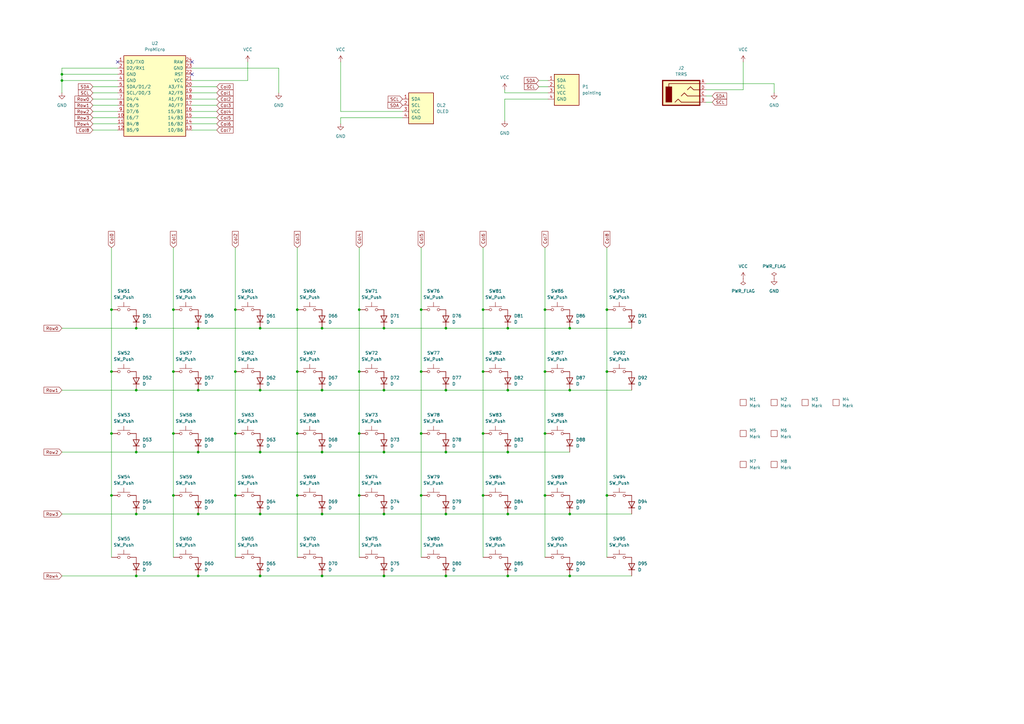
<source format=kicad_sch>
(kicad_sch (version 20231120) (generator "eeschema") (generator_version "8.0")
  (paper "A3")
  (junction (at 172.72 127))
  (junction (at 132.08 210.82))
  (junction (at 71.12 203.2))
  (junction (at 132.08 236.22))
  (junction (at 121.92 127))
  (junction (at 172.72 152.4))
  (junction (at 55.88 160.02))
  (junction (at 25.4 30.48))
  (junction (at 157.48 185.42))
  (junction (at 55.88 236.22))
  (junction (at 182.88 160.02))
  (junction (at 106.68 134.62))
  (junction (at 157.48 134.62))
  (junction (at 248.92 152.4))
  (junction (at 96.52 127))
  (junction (at 223.52 127))
  (junction (at 96.52 177.8))
  (junction (at 55.88 185.42))
  (junction (at 223.52 152.4))
  (junction (at 182.88 236.22))
  (junction (at 248.92 203.2))
  (junction (at 71.12 152.4))
  (junction (at 81.28 160.02))
  (junction (at 208.28 210.82))
  (junction (at 121.92 203.2))
  (junction (at 182.88 185.42))
  (junction (at 198.12 152.4))
  (junction (at 208.28 185.42))
  (junction (at 223.52 203.2))
  (junction (at 106.68 210.82))
  (junction (at 147.32 203.2))
  (junction (at 208.28 160.02))
  (junction (at 248.92 127))
  (junction (at 81.28 210.82))
  (junction (at 121.92 152.4))
  (junction (at 106.68 160.02))
  (junction (at 208.28 236.22))
  (junction (at 147.32 152.4))
  (junction (at 198.12 203.2))
  (junction (at 132.08 185.42))
  (junction (at 223.52 177.8))
  (junction (at 182.88 210.82))
  (junction (at 157.48 236.22))
  (junction (at 71.12 177.8))
  (junction (at 71.12 127))
  (junction (at 55.88 210.82))
  (junction (at 233.68 134.62))
  (junction (at 81.28 185.42))
  (junction (at 198.12 177.8))
  (junction (at 132.08 134.62))
  (junction (at 147.32 177.8))
  (junction (at 172.72 177.8))
  (junction (at 81.28 236.22))
  (junction (at 132.08 160.02))
  (junction (at 96.52 203.2))
  (junction (at 157.48 210.82))
  (junction (at 233.68 236.22))
  (junction (at 182.88 134.62))
  (junction (at 45.72 152.4))
  (junction (at 172.72 203.2))
  (junction (at 96.52 152.4))
  (junction (at 106.68 185.42))
  (junction (at 233.68 210.82))
  (junction (at 25.4 33.02))
  (junction (at 45.72 127))
  (junction (at 147.32 127))
  (junction (at 45.72 177.8))
  (junction (at 81.28 134.62))
  (junction (at 208.28 134.62))
  (junction (at 106.68 236.22))
  (junction (at 198.12 127))
  (junction (at 55.88 134.62))
  (junction (at 157.48 160.02))
  (junction (at 121.92 177.8))
  (junction (at 45.72 203.2))
  (junction (at 233.68 160.02))
  (no_connect (at 48.26 25.4))
  (no_connect (at 78.74 30.48))
  (no_connect (at 78.74 25.4))
  (wire (pts (xy 45.72 101.6) (xy 45.72 127)))
  (wire (pts (xy 208.28 185.42) (xy 233.68 185.42)))
  (wire (pts (xy 25.4 210.82) (xy 55.88 210.82)))
  (wire (pts (xy 248.92 203.2) (xy 248.92 228.6)))
  (wire (pts (xy 38.1 38.1) (xy 48.26 38.1)))
  (wire (pts (xy 208.28 134.62) (xy 233.68 134.62)))
  (wire (pts (xy 198.12 203.2) (xy 198.12 228.6)))
  (wire (pts (xy 38.1 53.34) (xy 48.26 53.34)))
  (wire (pts (xy 25.4 160.02) (xy 55.88 160.02)))
  (wire (pts (xy 38.1 35.56) (xy 48.26 35.56)))
  (wire (pts (xy 101.6 33.02) (xy 101.6 25.4)))
  (wire (pts (xy 147.32 101.6) (xy 147.32 127)))
  (wire (pts (xy 78.74 38.1) (xy 88.9 38.1)))
  (wire (pts (xy 223.52 177.8) (xy 223.52 203.2)))
  (wire (pts (xy 289.56 36.83) (xy 304.8 36.83)))
  (wire (pts (xy 38.1 43.18) (xy 48.26 43.18)))
  (wire (pts (xy 182.88 134.62) (xy 208.28 134.62)))
  (wire (pts (xy 233.68 134.62) (xy 259.08 134.62)))
  (wire (pts (xy 96.52 203.2) (xy 96.52 228.6)))
  (wire (pts (xy 223.52 127) (xy 223.52 152.4)))
  (wire (pts (xy 207.01 40.64) (xy 224.79 40.64)))
  (wire (pts (xy 48.26 30.48) (xy 25.4 30.48)))
  (wire (pts (xy 121.92 127) (xy 121.92 152.4)))
  (wire (pts (xy 121.92 152.4) (xy 121.92 177.8)))
  (wire (pts (xy 207.01 38.1) (xy 224.79 38.1)))
  (wire (pts (xy 96.52 177.8) (xy 96.52 203.2)))
  (wire (pts (xy 71.12 101.6) (xy 71.12 127)))
  (wire (pts (xy 81.28 236.22) (xy 106.68 236.22)))
  (wire (pts (xy 198.12 152.4) (xy 198.12 177.8)))
  (wire (pts (xy 38.1 48.26) (xy 48.26 48.26)))
  (wire (pts (xy 78.74 50.8) (xy 88.9 50.8)))
  (wire (pts (xy 172.72 127) (xy 172.72 152.4)))
  (wire (pts (xy 25.4 185.42) (xy 55.88 185.42)))
  (wire (pts (xy 38.1 40.64) (xy 48.26 40.64)))
  (wire (pts (xy 78.74 48.26) (xy 88.9 48.26)))
  (wire (pts (xy 25.4 27.94) (xy 48.26 27.94)))
  (wire (pts (xy 289.56 34.29) (xy 317.5 34.29)))
  (wire (pts (xy 55.88 236.22) (xy 81.28 236.22)))
  (wire (pts (xy 71.12 203.2) (xy 71.12 228.6)))
  (wire (pts (xy 157.48 134.62) (xy 182.88 134.62)))
  (wire (pts (xy 114.3 27.94) (xy 114.3 38.1)))
  (wire (pts (xy 55.88 210.82) (xy 81.28 210.82)))
  (wire (pts (xy 38.1 45.72) (xy 48.26 45.72)))
  (wire (pts (xy 248.92 101.6) (xy 248.92 127)))
  (wire (pts (xy 96.52 152.4) (xy 96.52 177.8)))
  (wire (pts (xy 106.68 236.22) (xy 132.08 236.22)))
  (wire (pts (xy 45.72 127) (xy 45.72 152.4)))
  (wire (pts (xy 81.28 134.62) (xy 106.68 134.62)))
  (wire (pts (xy 157.48 236.22) (xy 182.88 236.22)))
  (wire (pts (xy 157.48 160.02) (xy 182.88 160.02)))
  (wire (pts (xy 71.12 152.4) (xy 71.12 177.8)))
  (wire (pts (xy 45.72 203.2) (xy 45.72 228.6)))
  (wire (pts (xy 172.72 203.2) (xy 172.72 228.6)))
  (wire (pts (xy 198.12 101.6) (xy 198.12 127)))
  (wire (pts (xy 207.01 36.83) (xy 207.01 38.1)))
  (wire (pts (xy 55.88 185.42) (xy 81.28 185.42)))
  (wire (pts (xy 106.68 160.02) (xy 132.08 160.02)))
  (wire (pts (xy 208.28 160.02) (xy 233.68 160.02)))
  (wire (pts (xy 248.92 127) (xy 248.92 152.4)))
  (wire (pts (xy 48.26 33.02) (xy 25.4 33.02)))
  (wire (pts (xy 25.4 134.62) (xy 55.88 134.62)))
  (wire (pts (xy 78.74 35.56) (xy 88.9 35.56)))
  (wire (pts (xy 71.12 177.8) (xy 71.12 203.2)))
  (wire (pts (xy 147.32 127) (xy 147.32 152.4)))
  (wire (pts (xy 223.52 152.4) (xy 223.52 177.8)))
  (wire (pts (xy 78.74 53.34) (xy 88.9 53.34)))
  (wire (pts (xy 182.88 160.02) (xy 208.28 160.02)))
  (wire (pts (xy 157.48 185.42) (xy 182.88 185.42)))
  (wire (pts (xy 248.92 152.4) (xy 248.92 203.2)))
  (wire (pts (xy 304.8 36.83) (xy 304.8 25.4)))
  (wire (pts (xy 55.88 160.02) (xy 81.28 160.02)))
  (wire (pts (xy 78.74 40.64) (xy 88.9 40.64)))
  (wire (pts (xy 132.08 160.02) (xy 157.48 160.02)))
  (wire (pts (xy 38.1 50.8) (xy 48.26 50.8)))
  (wire (pts (xy 208.28 236.22) (xy 233.68 236.22)))
  (wire (pts (xy 182.88 185.42) (xy 208.28 185.42)))
  (wire (pts (xy 207.01 40.64) (xy 207.01 49.53)))
  (wire (pts (xy 317.5 34.29) (xy 317.5 38.1)))
  (wire (pts (xy 220.98 33.02) (xy 224.79 33.02)))
  (wire (pts (xy 233.68 160.02) (xy 259.08 160.02)))
  (wire (pts (xy 121.92 203.2) (xy 121.92 228.6)))
  (wire (pts (xy 182.88 236.22) (xy 208.28 236.22)))
  (wire (pts (xy 121.92 177.8) (xy 121.92 203.2)))
  (wire (pts (xy 233.68 236.22) (xy 259.08 236.22)))
  (wire (pts (xy 172.72 152.4) (xy 172.72 177.8)))
  (wire (pts (xy 81.28 185.42) (xy 106.68 185.42)))
  (wire (pts (xy 45.72 177.8) (xy 45.72 203.2)))
  (wire (pts (xy 132.08 185.42) (xy 157.48 185.42)))
  (wire (pts (xy 55.88 134.62) (xy 81.28 134.62)))
  (wire (pts (xy 25.4 33.02) (xy 25.4 38.1)))
  (wire (pts (xy 172.72 177.8) (xy 172.72 203.2)))
  (wire (pts (xy 223.52 203.2) (xy 223.52 228.6)))
  (wire (pts (xy 121.92 101.6) (xy 121.92 127)))
  (wire (pts (xy 165.1 45.72) (xy 139.7 45.72)))
  (wire (pts (xy 208.28 210.82) (xy 233.68 210.82)))
  (wire (pts (xy 78.74 43.18) (xy 88.9 43.18)))
  (wire (pts (xy 106.68 134.62) (xy 132.08 134.62)))
  (wire (pts (xy 147.32 203.2) (xy 147.32 228.6)))
  (wire (pts (xy 96.52 101.6) (xy 96.52 127)))
  (wire (pts (xy 132.08 134.62) (xy 157.48 134.62)))
  (wire (pts (xy 114.3 27.94) (xy 78.74 27.94)))
  (wire (pts (xy 106.68 210.82) (xy 132.08 210.82)))
  (wire (pts (xy 96.52 127) (xy 96.52 152.4)))
  (wire (pts (xy 45.72 152.4) (xy 45.72 177.8)))
  (wire (pts (xy 25.4 30.48) (xy 25.4 33.02)))
  (wire (pts (xy 220.98 35.56) (xy 224.79 35.56)))
  (wire (pts (xy 182.88 210.82) (xy 208.28 210.82)))
  (wire (pts (xy 78.74 33.02) (xy 101.6 33.02)))
  (wire (pts (xy 106.68 185.42) (xy 132.08 185.42)))
  (wire (pts (xy 289.56 39.37) (xy 292.1 39.37)))
  (wire (pts (xy 157.48 210.82) (xy 182.88 210.82)))
  (wire (pts (xy 81.28 160.02) (xy 106.68 160.02)))
  (wire (pts (xy 139.7 45.72) (xy 139.7 25.4)))
  (wire (pts (xy 139.7 48.26) (xy 139.7 50.8)))
  (wire (pts (xy 25.4 27.94) (xy 25.4 30.48)))
  (wire (pts (xy 198.12 177.8) (xy 198.12 203.2)))
  (wire (pts (xy 71.12 127) (xy 71.12 152.4)))
  (wire (pts (xy 165.1 48.26) (xy 139.7 48.26)))
  (wire (pts (xy 132.08 236.22) (xy 157.48 236.22)))
  (wire (pts (xy 25.4 236.22) (xy 55.88 236.22)))
  (wire (pts (xy 81.28 210.82) (xy 106.68 210.82)))
  (wire (pts (xy 233.68 210.82) (xy 259.08 210.82)))
  (wire (pts (xy 289.56 41.91) (xy 292.1 41.91)))
  (wire (pts (xy 198.12 127) (xy 198.12 152.4)))
  (wire (pts (xy 172.72 101.6) (xy 172.72 127)))
  (wire (pts (xy 78.74 45.72) (xy 88.9 45.72)))
  (wire (pts (xy 147.32 177.8) (xy 147.32 203.2)))
  (wire (pts (xy 132.08 210.82) (xy 157.48 210.82)))
  (wire (pts (xy 223.52 101.6) (xy 223.52 127)))
  (wire (pts (xy 147.32 152.4) (xy 147.32 177.8)))
  (global_label "Col7" (shape input) (at 88.9 53.34 0) (property "Intersheetrefs" "${INTERSHEET_REFS}" (effects (hide yes))))
  (global_label "Col6" (shape input) (at 88.9 50.8 0) (property "Intersheetrefs" "${INTERSHEET_REFS}" (effects (hide yes))))
  (global_label "Row0" (shape input) (at 25.4 134.62 180) (property "Intersheetrefs" "${INTERSHEET_REFS}" (effects (hide yes))))
  (global_label "Row2" (shape input) (at 25.4 185.42 180) (property "Intersheetrefs" "${INTERSHEET_REFS}" (effects (hide yes))))
  (global_label "Row0" (shape input) (at 38.1 40.64 180) (property "Intersheetrefs" "${INTERSHEET_REFS}" (effects (hide yes))))
  (global_label "Col3" (shape input) (at 121.92 101.6 90) (property "Intersheetrefs" "${INTERSHEET_REFS}" (effects (hide yes))))
  (global_label "Col8" (shape input) (at 248.92 101.6 90) (property "Intersheetrefs" "${INTERSHEET_REFS}" (effects (hide yes))))
  (global_label "Col7" (shape input) (at 223.52 101.6 90) (property "Intersheetrefs" "${INTERSHEET_REFS}" (effects (hide yes))))
  (global_label "Col5" (shape input) (at 88.9 48.26 0) (property "Intersheetrefs" "${INTERSHEET_REFS}" (effects (hide yes))))
  (global_label "SCL" (shape input) (at 165.1 40.64 180) (property "Intersheetrefs" "${INTERSHEET_REFS}" (effects (hide yes))))
  (global_label "Row3" (shape input) (at 38.1 48.26 180) (property "Intersheetrefs" "${INTERSHEET_REFS}" (effects (hide yes))))
  (global_label "SCL" (shape input) (at 220.98 35.56 180) (property "Intersheetrefs" "${INTERSHEET_REFS}" (effects (hide yes))))
  (global_label "Col4" (shape input) (at 147.32 101.6 90) (property "Intersheetrefs" "${INTERSHEET_REFS}" (effects (hide yes))))
  (global_label "Col0" (shape input) (at 88.9 35.56 0) (property "Intersheetrefs" "${INTERSHEET_REFS}" (effects (hide yes))))
  (global_label "SCL" (shape input) (at 292.1 41.91 0) (property "Intersheetrefs" "${INTERSHEET_REFS}" (effects (hide yes))))
  (global_label "Col1" (shape input) (at 88.9 38.1 0) (property "Intersheetrefs" "${INTERSHEET_REFS}" (effects (hide yes))))
  (global_label "Col3" (shape input) (at 88.9 43.18 0) (property "Intersheetrefs" "${INTERSHEET_REFS}" (effects (hide yes))))
  (global_label "Row4" (shape input) (at 38.1 50.8 180) (property "Intersheetrefs" "${INTERSHEET_REFS}" (effects (hide yes))))
  (global_label "Col5" (shape input) (at 172.72 101.6 90) (property "Intersheetrefs" "${INTERSHEET_REFS}" (effects (hide yes))))
  (global_label "Row4" (shape input) (at 25.4 236.22 180) (property "Intersheetrefs" "${INTERSHEET_REFS}" (effects (hide yes))))
  (global_label "Col0" (shape input) (at 45.72 101.6 90) (property "Intersheetrefs" "${INTERSHEET_REFS}" (effects (hide yes))))
  (global_label "SDA" (shape input) (at 220.98 33.02 180) (property "Intersheetrefs" "${INTERSHEET_REFS}" (effects (hide yes))))
  (global_label "Row1" (shape input) (at 25.4 160.02 180) (property "Intersheetrefs" "${INTERSHEET_REFS}" (effects (hide yes))))
  (global_label "Col1" (shape input) (at 71.12 101.6 90) (property "Intersheetrefs" "${INTERSHEET_REFS}" (effects (hide yes))))
  (global_label "SDA" (shape input) (at 165.1 43.18 180) (property "Intersheetrefs" "${INTERSHEET_REFS}" (effects (hide yes))))
  (global_label "Row3" (shape input) (at 25.4 210.82 180) (property "Intersheetrefs" "${INTERSHEET_REFS}" (effects (hide yes))))
  (global_label "Col2" (shape input) (at 96.52 101.6 90) (property "Intersheetrefs" "${INTERSHEET_REFS}" (effects (hide yes))))
  (global_label "Row2" (shape input) (at 38.1 45.72 180) (property "Intersheetrefs" "${INTERSHEET_REFS}" (effects (hide yes))))
  (global_label "SCL" (shape input) (at 38.1 38.1 180) (property "Intersheetrefs" "${INTERSHEET_REFS}" (effects (hide yes))))
  (global_label "Col8" (shape input) (at 38.1 53.34 180) (property "Intersheetrefs" "${INTERSHEET_REFS}" (effects (hide yes))))
  (global_label "SDA" (shape input) (at 292.1 39.37 0) (property "Intersheetrefs" "${INTERSHEET_REFS}" (effects (hide yes))))
  (global_label "Row1" (shape input) (at 38.1 43.18 180) (property "Intersheetrefs" "${INTERSHEET_REFS}" (effects (hide yes))))
  (global_label "Col4" (shape input) (at 88.9 45.72 0) (property "Intersheetrefs" "${INTERSHEET_REFS}" (effects (hide yes))))
  (global_label "SDA" (shape input) (at 38.1 35.56 180) (property "Intersheetrefs" "${INTERSHEET_REFS}" (effects (hide yes))))
  (global_label "Col6" (shape input) (at 198.12 101.6 90) (property "Intersheetrefs" "${INTERSHEET_REFS}" (effects (hide yes))))
  (global_label "Col2" (shape input) (at 88.9 40.64 0) (property "Intersheetrefs" "${INTERSHEET_REFS}" (effects (hide yes))))
  (symbol (lib_id "Device:D") (at 106.68 156.21 90) (unit 1)
    (property "Reference" "D62" (at 109.22 154.9399 90) (effects (justify right)))
    (property "Value" "D" (at 109.22 157.4799 90) (effects (justify right)))
    (property "Footprint" "kbd_Parts:Diode_TH_SMD" (effects (hide yes)))
    (property "Description" "Diode" (effects (hide yes)))
    (property "Sim.Device" "D" (effects (hide yes)))
    (property "Sim.Pins" "1=K 2=A" (effects (hide yes)))
  )
  (symbol (lib_id "Switch:SW_Push") (at 254 203.2 0) (mirror y) (unit 1)
    (property "Reference" "SW94" (at 254 195.58 0))
    (property "Value" "SW_Push" (at 254 198.12 0))
    (property "Footprint" "kbd_SW:Choc_Hotswap_1u" (effects (hide yes)))
    (property "Description" "Push button switch, generic, two pins" (effects (hide yes)))
  )
  (symbol (lib_id "Device:D") (at 182.88 156.21 90) (unit 1)
    (property "Reference" "D77" (at 185.42 154.9399 90) (effects (justify right)))
    (property "Value" "D" (at 185.42 157.4799 90) (effects (justify right)))
    (property "Footprint" "kbd_Parts:Diode_TH_SMD" (effects (hide yes)))
    (property "Description" "Diode" (effects (hide yes)))
    (property "Sim.Device" "D" (effects (hide yes)))
    (property "Sim.Pins" "1=K 2=A" (effects (hide yes)))
  )
  (symbol (lib_id "Device:D") (at 106.68 232.41 90) (unit 1)
    (property "Reference" "D65" (at 109.22 231.1399 90) (effects (justify right)))
    (property "Value" "D" (at 109.22 233.6799 90) (effects (justify right)))
    (property "Footprint" "kbd_Parts:Diode_TH_SMD" (effects (hide yes)))
    (property "Description" "Diode" (effects (hide yes)))
    (property "Sim.Device" "D" (effects (hide yes)))
    (property "Sim.Pins" "1=K 2=A" (effects (hide yes)))
  )
  (symbol (lib_id "Switch:SW_Push") (at 127 203.2 0) (mirror y) (unit 1)
    (property "Reference" "SW69" (at 127 195.58 0))
    (property "Value" "SW_Push" (at 127 198.12 0))
    (property "Footprint" "kbd_SW:Choc_Hotswap_1u" (effects (hide yes)))
    (property "Description" "Push button switch, generic, two pins" (effects (hide yes)))
  )
  (symbol (lib_id "Device:D") (at 233.68 130.81 90) (unit 1)
    (property "Reference" "D86" (at 236.22 129.5399 90) (effects (justify right)))
    (property "Value" "D" (at 236.22 132.0799 90) (effects (justify right)))
    (property "Footprint" "kbd_Parts:Diode_TH_SMD" (effects (hide yes)))
    (property "Description" "Diode" (effects (hide yes)))
    (property "Sim.Device" "D" (effects (hide yes)))
    (property "Sim.Pins" "1=K 2=A" (effects (hide yes)))
  )
  (symbol (lib_id "Switch:SW_Push") (at 76.2 228.6 0) (mirror y) (unit 1)
    (property "Reference" "SW60" (at 76.2 220.98 0))
    (property "Value" "SW_Push" (at 76.2 223.52 0))
    (property "Footprint" "kbd_SW:Choc_Hotswap_1u" (effects (hide yes)))
    (property "Description" "Push button switch, generic, two pins" (effects (hide yes)))
  )
  (symbol (lib_id "Device:D") (at 259.08 130.81 90) (unit 1)
    (property "Reference" "D91" (at 261.62 129.5399 90) (effects (justify right)))
    (property "Value" "D" (at 261.62 132.0799 90) (effects (justify right)))
    (property "Footprint" "kbd_Parts:Diode_TH_SMD" (effects (hide yes)))
    (property "Description" "Diode" (effects (hide yes)))
    (property "Sim.Device" "D" (effects (hide yes)))
    (property "Sim.Pins" "1=K 2=A" (effects (hide yes)))
  )
  (symbol (lib_id "Switch:SW_Push") (at 101.6 177.8 0) (mirror y) (unit 1)
    (property "Reference" "SW63" (at 101.6 170.18 0))
    (property "Value" "SW_Push" (at 101.6 172.72 0))
    (property "Footprint" "kbd_SW:Choc_Hotswap_1u" (effects (hide yes)))
    (property "Description" "Push button switch, generic, two pins" (effects (hide yes)))
  )
  (symbol (lib_id "power:PWR_FLAG") (at 317.5 114.3 0) (unit 1)
    (property "Reference" "#FLG03" (effects (hide yes)))
    (property "Value" "PWR_FLAG" (at 317.5 109.22 0))
    (property "Description" "Special symbol for telling ERC where power comes from" (effects (hide yes)))
  )
  (symbol (lib_id "Device:D") (at 132.08 232.41 90) (unit 1)
    (property "Reference" "D70" (at 134.62 231.1399 90) (effects (justify right)))
    (property "Value" "D" (at 134.62 233.6799 90) (effects (justify right)))
    (property "Footprint" "kbd_Parts:Diode_TH_SMD" (effects (hide yes)))
    (property "Description" "Diode" (effects (hide yes)))
    (property "Sim.Device" "D" (effects (hide yes)))
    (property "Sim.Pins" "1=K 2=A" (effects (hide yes)))
  )
  (symbol (lib_id "Device:D") (at 208.28 207.01 90) (unit 1)
    (property "Reference" "D84" (at 210.82 205.7399 90) (effects (justify right)))
    (property "Value" "D" (at 210.82 208.2799 90) (effects (justify right)))
    (property "Footprint" "kbd_Parts:Diode_TH_SMD" (effects (hide yes)))
    (property "Description" "Diode" (effects (hide yes)))
    (property "Sim.Device" "D" (effects (hide yes)))
    (property "Sim.Pins" "1=K 2=A" (effects (hide yes)))
  )
  (symbol (lib_id "Switch:SW_Push") (at 101.6 152.4 0) (mirror y) (unit 1)
    (property "Reference" "SW62" (at 101.6 144.78 0))
    (property "Value" "SW_Push" (at 101.6 147.32 0))
    (property "Footprint" "kbd_SW:Choc_Hotswap_1u" (effects (hide yes)))
    (property "Description" "Push button switch, generic, two pins" (effects (hide yes)))
  )
  (symbol (lib_id "Device:D") (at 132.08 207.01 90) (unit 1)
    (property "Reference" "D69" (at 134.62 205.7399 90) (effects (justify right)))
    (property "Value" "D" (at 134.62 208.2799 90) (effects (justify right)))
    (property "Footprint" "kbd_Parts:Diode_TH_SMD" (effects (hide yes)))
    (property "Description" "Diode" (effects (hide yes)))
    (property "Sim.Device" "D" (effects (hide yes)))
    (property "Sim.Pins" "1=K 2=A" (effects (hide yes)))
  )
  (symbol (lib_id "Switch:SW_Push") (at 228.6 177.8 0) (mirror y) (unit 1)
    (property "Reference" "SW88" (at 228.6 170.18 0))
    (property "Value" "SW_Push" (at 228.6 172.72 0))
    (property "Footprint" "kbd_SW:Choc_Hotswap_2u_Stab" (effects (hide yes)))
    (property "Description" "Push button switch, generic, two pins" (effects (hide yes)))
  )
  (symbol (lib_id "Device:D") (at 233.68 156.21 90) (unit 1)
    (property "Reference" "D87" (at 236.22 154.9399 90) (effects (justify right)))
    (property "Value" "D" (at 236.22 157.4799 90) (effects (justify right)))
    (property "Footprint" "kbd_Parts:Diode_TH_SMD" (effects (hide yes)))
    (property "Description" "Diode" (effects (hide yes)))
    (property "Sim.Device" "D" (effects (hide yes)))
    (property "Sim.Pins" "1=K 2=A" (effects (hide yes)))
  )
  (symbol (lib_id "Device:D") (at 233.68 232.41 90) (unit 1)
    (property "Reference" "D90" (at 236.22 231.1399 90) (effects (justify right)))
    (property "Value" "D" (at 236.22 233.6799 90) (effects (justify right)))
    (property "Footprint" "kbd_Parts:Diode_TH_SMD" (effects (hide yes)))
    (property "Description" "Diode" (effects (hide yes)))
    (property "Sim.Device" "D" (effects (hide yes)))
    (property "Sim.Pins" "1=K 2=A" (effects (hide yes)))
  )
  (symbol (lib_id "Device:D") (at 157.48 156.21 90) (unit 1)
    (property "Reference" "D72" (at 160.02 154.9399 90) (effects (justify right)))
    (property "Value" "D" (at 160.02 157.4799 90) (effects (justify right)))
    (property "Footprint" "kbd_Parts:Diode_TH_SMD" (effects (hide yes)))
    (property "Description" "Diode" (effects (hide yes)))
    (property "Sim.Device" "D" (effects (hide yes)))
    (property "Sim.Pins" "1=K 2=A" (effects (hide yes)))
  )
  (symbol (lib_id "Switch:SW_Push") (at 203.2 152.4 0) (mirror y) (unit 1)
    (property "Reference" "SW82" (at 203.2 144.78 0))
    (property "Value" "SW_Push" (at 203.2 147.32 0))
    (property "Footprint" "kbd_SW:Choc_Hotswap_1u" (effects (hide yes)))
    (property "Description" "Push button switch, generic, two pins" (effects (hide yes)))
  )
  (symbol (lib_id "BrownSugar_KBD:OLED") (at 172.72 44.45 0) (unit 1)
    (property "Reference" "OL2" (at 179.07 43.1799 0) (effects (justify left)))
    (property "Value" "OLED" (at 179.07 45.7199 0) (effects (justify left)))
    (property "Footprint" "BrownSugar_KBD:OLED_center_module" (effects (hide yes)))
  )
  (symbol (lib_id "Switch:SW_Push") (at 203.2 177.8 0) (mirror y) (unit 1)
    (property "Reference" "SW83" (at 203.2 170.18 0))
    (property "Value" "SW_Push" (at 203.2 172.72 0))
    (property "Footprint" "kbd_SW:Choc_Hotswap_1u" (effects (hide yes)))
    (property "Description" "Push button switch, generic, two pins" (effects (hide yes)))
  )
  (symbol (lib_id "Switch:SW_Push") (at 177.8 177.8 0) (mirror y) (unit 1)
    (property "Reference" "SW78" (at 177.8 170.18 0))
    (property "Value" "SW_Push" (at 177.8 172.72 0))
    (property "Footprint" "kbd_SW:Choc_Hotswap_1u" (effects (hide yes)))
    (property "Description" "Push button switch, generic, two pins" (effects (hide yes)))
  )
  (symbol (lib_id "Device:D") (at 106.68 207.01 90) (unit 1)
    (property "Reference" "D64" (at 109.22 205.7399 90) (effects (justify right)))
    (property "Value" "D" (at 109.22 208.2799 90) (effects (justify right)))
    (property "Footprint" "kbd_Parts:Diode_TH_SMD" (effects (hide yes)))
    (property "Description" "Diode" (effects (hide yes)))
    (property "Sim.Device" "D" (effects (hide yes)))
    (property "Sim.Pins" "1=K 2=A" (effects (hide yes)))
  )
  (symbol (lib_id "Device:D") (at 132.08 130.81 90) (unit 1)
    (property "Reference" "D66" (at 134.62 129.5399 90) (effects (justify right)))
    (property "Value" "D" (at 134.62 132.0799 90) (effects (justify right)))
    (property "Footprint" "kbd_Parts:Diode_TH_SMD" (effects (hide yes)))
    (property "Description" "Diode" (effects (hide yes)))
    (property "Sim.Device" "D" (effects (hide yes)))
    (property "Sim.Pins" "1=K 2=A" (effects (hide yes)))
  )
  (symbol (lib_id "Device:D") (at 182.88 130.81 90) (unit 1)
    (property "Reference" "D76" (at 185.42 129.5399 90) (effects (justify right)))
    (property "Value" "D" (at 185.42 132.0799 90) (effects (justify right)))
    (property "Footprint" "kbd_Parts:Diode_TH_SMD" (effects (hide yes)))
    (property "Description" "Diode" (effects (hide yes)))
    (property "Sim.Device" "D" (effects (hide yes)))
    (property "Sim.Pins" "1=K 2=A" (effects (hide yes)))
  )
  (symbol (lib_id "Switch:SW_Push") (at 76.2 152.4 0) (mirror y) (unit 1)
    (property "Reference" "SW57" (at 76.2 144.78 0))
    (property "Value" "SW_Push" (at 76.2 147.32 0))
    (property "Footprint" "kbd_SW:Choc_Hotswap_1u" (effects (hide yes)))
    (property "Description" "Push button switch, generic, two pins" (effects (hide yes)))
  )
  (symbol (lib_id "Device:D") (at 132.08 156.21 90) (unit 1)
    (property "Reference" "D67" (at 134.62 154.9399 90) (effects (justify right)))
    (property "Value" "D" (at 134.62 157.4799 90) (effects (justify right)))
    (property "Footprint" "kbd_Parts:Diode_TH_SMD" (effects (hide yes)))
    (property "Description" "Diode" (effects (hide yes)))
    (property "Sim.Device" "D" (effects (hide yes)))
    (property "Sim.Pins" "1=K 2=A" (effects (hide yes)))
  )
  (symbol (lib_id "Device:D") (at 55.88 156.21 90) (unit 1)
    (property "Reference" "D52" (at 58.42 154.9399 90) (effects (justify right)))
    (property "Value" "D" (at 58.42 157.4799 90) (effects (justify right)))
    (property "Footprint" "kbd_Parts:Diode_TH_SMD" (effects (hide yes)))
    (property "Description" "Diode" (effects (hide yes)))
    (property "Sim.Device" "D" (effects (hide yes)))
    (property "Sim.Pins" "1=K 2=A" (effects (hide yes)))
  )
  (symbol (lib_id "Device:D") (at 259.08 207.01 90) (unit 1)
    (property "Reference" "D94" (at 261.62 205.7399 90) (effects (justify right)))
    (property "Value" "D" (at 261.62 208.2799 90) (effects (justify right)))
    (property "Footprint" "kbd_Parts:Diode_TH_SMD" (effects (hide yes)))
    (property "Description" "Diode" (effects (hide yes)))
    (property "Sim.Device" "D" (effects (hide yes)))
    (property "Sim.Pins" "1=K 2=A" (effects (hide yes)))
  )
  (symbol (lib_id "Switch:SW_Push") (at 50.8 203.2 0) (mirror y) (unit 1)
    (property "Reference" "SW54" (at 50.8 195.58 0))
    (property "Value" "SW_Push" (at 50.8 198.12 0))
    (property "Footprint" "kbd_SW:Choc_Hotswap_1u" (effects (hide yes)))
    (property "Description" "Push button switch, generic, two pins" (effects (hide yes)))
  )
  (symbol (lib_id "Switch:SW_Push") (at 177.8 228.6 0) (mirror y) (unit 1)
    (property "Reference" "SW80" (at 177.8 220.98 0))
    (property "Value" "SW_Push" (at 177.8 223.52 0))
    (property "Footprint" "kbd_SW:Choc_Hotswap_1u" (effects (hide yes)))
    (property "Description" "Push button switch, generic, two pins" (effects (hide yes)))
  )
  (symbol (lib_id "BrownSugar_KBD:Mark") (at 317.5 177.8 0) (unit 1)
    (property "Reference" "M6" (at 320.04 176.5299 0) (effects (justify left)))
    (property "Value" "Mark" (at 320.04 179.0699 0) (effects (justify left)))
    (property "Footprint" "kbd_Hole:m2_Screw_Hole" (effects (hide yes)))
  )
  (symbol (lib_id "Device:D") (at 55.88 232.41 90) (unit 1)
    (property "Reference" "D55" (at 58.42 231.1399 90) (effects (justify right)))
    (property "Value" "D" (at 58.42 233.6799 90) (effects (justify right)))
    (property "Footprint" "kbd_Parts:Diode_TH_SMD" (effects (hide yes)))
    (property "Description" "Diode" (effects (hide yes)))
    (property "Sim.Device" "D" (effects (hide yes)))
    (property "Sim.Pins" "1=K 2=A" (effects (hide yes)))
  )
  (symbol (lib_id "Switch:SW_Push") (at 177.8 203.2 0) (mirror y) (unit 1)
    (property "Reference" "SW79" (at 177.8 195.58 0))
    (property "Value" "SW_Push" (at 177.8 198.12 0))
    (property "Footprint" "kbd_SW:Choc_Hotswap_1u" (effects (hide yes)))
    (property "Description" "Push button switch, generic, two pins" (effects (hide yes)))
  )
  (symbol (lib_id "Device:D") (at 182.88 232.41 90) (unit 1)
    (property "Reference" "D80" (at 185.42 231.1399 90) (effects (justify right)))
    (property "Value" "D" (at 185.42 233.6799 90) (effects (justify right)))
    (property "Footprint" "kbd_Parts:Diode_TH_SMD" (effects (hide yes)))
    (property "Description" "Diode" (effects (hide yes)))
    (property "Sim.Device" "D" (effects (hide yes)))
    (property "Sim.Pins" "1=K 2=A" (effects (hide yes)))
  )
  (symbol (lib_id "Switch:SW_Push") (at 228.6 152.4 0) (mirror y) (unit 1)
    (property "Reference" "SW87" (at 228.6 144.78 0))
    (property "Value" "SW_Push" (at 228.6 147.32 0))
    (property "Footprint" "kbd_SW:Choc_Hotswap_1u" (effects (hide yes)))
    (property "Description" "Push button switch, generic, two pins" (effects (hide yes)))
  )
  (symbol (lib_id "BrownSugar_KBD:Mark") (at 304.8 190.5 0) (unit 1)
    (property "Reference" "M7" (at 307.34 189.2299 0) (effects (justify left)))
    (property "Value" "Mark" (at 307.34 191.7699 0) (effects (justify left)))
    (property "Footprint" "kbd_Hole:m2_Spacer_Hole_hex" (effects (hide yes)))
  )
  (symbol (lib_id "Switch:SW_Push") (at 127 152.4 0) (mirror y) (unit 1)
    (property "Reference" "SW67" (at 127 144.78 0))
    (property "Value" "SW_Push" (at 127 147.32 0))
    (property "Footprint" "kbd_SW:Choc_Hotswap_1u" (effects (hide yes)))
    (property "Description" "Push button switch, generic, two pins" (effects (hide yes)))
  )
  (symbol (lib_id "Device:D") (at 106.68 181.61 90) (unit 1)
    (property "Reference" "D63" (at 109.22 180.3399 90) (effects (justify right)))
    (property "Value" "D" (at 109.22 182.8799 90) (effects (justify right)))
    (property "Footprint" "kbd_Parts:Diode_TH_SMD" (effects (hide yes)))
    (property "Description" "Diode" (effects (hide yes)))
    (property "Sim.Device" "D" (effects (hide yes)))
    (property "Sim.Pins" "1=K 2=A" (effects (hide yes)))
  )
  (symbol (lib_id "Device:D") (at 55.88 207.01 90) (unit 1)
    (property "Reference" "D54" (at 58.42 205.7399 90) (effects (justify right)))
    (property "Value" "D" (at 58.42 208.2799 90) (effects (justify right)))
    (property "Footprint" "kbd_Parts:Diode_TH_SMD" (effects (hide yes)))
    (property "Description" "Diode" (effects (hide yes)))
    (property "Sim.Device" "D" (effects (hide yes)))
    (property "Sim.Pins" "1=K 2=A" (effects (hide yes)))
  )
  (symbol (lib_id "Device:D") (at 208.28 181.61 90) (unit 1)
    (property "Reference" "D83" (at 210.82 180.3399 90) (effects (justify right)))
    (property "Value" "D" (at 210.82 182.8799 90) (effects (justify right)))
    (property "Footprint" "kbd_Parts:Diode_TH_SMD" (effects (hide yes)))
    (property "Description" "Diode" (effects (hide yes)))
    (property "Sim.Device" "D" (effects (hide yes)))
    (property "Sim.Pins" "1=K 2=A" (effects (hide yes)))
  )
  (symbol (lib_id "power:VCC") (at 304.8 114.3 0) (unit 1)
    (property "Reference" "#PWR03" (effects (hide yes)))
    (property "Value" "VCC" (at 304.8 109.22 0))
    (property "Description" "Power symbol creates a global label with name \"VCC\"" (effects (hide yes)))
  )
  (symbol (lib_id "Device:D") (at 182.88 207.01 90) (unit 1)
    (property "Reference" "D79" (at 185.42 205.7399 90) (effects (justify right)))
    (property "Value" "D" (at 185.42 208.2799 90) (effects (justify right)))
    (property "Footprint" "kbd_Parts:Diode_TH_SMD" (effects (hide yes)))
    (property "Description" "Diode" (effects (hide yes)))
    (property "Sim.Device" "D" (effects (hide yes)))
    (property "Sim.Pins" "1=K 2=A" (effects (hide yes)))
  )
  (symbol (lib_id "Device:D") (at 157.48 130.81 90) (unit 1)
    (property "Reference" "D71" (at 160.02 129.5399 90) (effects (justify right)))
    (property "Value" "D" (at 160.02 132.0799 90) (effects (justify right)))
    (property "Footprint" "kbd_Parts:Diode_TH_SMD" (effects (hide yes)))
    (property "Description" "Diode" (effects (hide yes)))
    (property "Sim.Device" "D" (effects (hide yes)))
    (property "Sim.Pins" "1=K 2=A" (effects (hide yes)))
  )
  (symbol (lib_id "Switch:SW_Push") (at 254 152.4 0) (mirror y) (unit 1)
    (property "Reference" "SW92" (at 254 144.78 0))
    (property "Value" "SW_Push" (at 254 147.32 0))
    (property "Footprint" "kbd_SW:Choc_Hotswap_1u" (effects (hide yes)))
    (property "Description" "Push button switch, generic, two pins" (effects (hide yes)))
  )
  (symbol (lib_id "power:GND") (at 139.7 50.8 0) (unit 1)
    (property "Reference" "#PWR02" (effects (hide yes)))
    (property "Value" "GND" (at 139.7 55.88 0))
    (property "Description" "Power symbol creates a global label with name \"GND\" , ground" (effects (hide yes)))
  )
  (symbol (lib_id "Switch:SW_Push") (at 177.8 127 0) (mirror y) (unit 1)
    (property "Reference" "SW76" (at 177.8 119.38 0))
    (property "Value" "SW_Push" (at 177.8 121.92 0))
    (property "Footprint" "kbd_SW:Choc_Hotswap_1u" (effects (hide yes)))
    (property "Description" "Push button switch, generic, two pins" (effects (hide yes)))
  )
  (symbol (lib_id "Device:D") (at 55.88 181.61 90) (unit 1)
    (property "Reference" "D53" (at 58.42 180.3399 90) (effects (justify right)))
    (property "Value" "D" (at 58.42 182.8799 90) (effects (justify right)))
    (property "Footprint" "kbd_Parts:Diode_TH_SMD" (effects (hide yes)))
    (property "Description" "Diode" (effects (hide yes)))
    (property "Sim.Device" "D" (effects (hide yes)))
    (property "Sim.Pins" "1=K 2=A" (effects (hide yes)))
  )
  (symbol (lib_id "Switch:SW_Push") (at 50.8 228.6 0) (mirror y) (unit 1)
    (property "Reference" "SW55" (at 50.8 220.98 0))
    (property "Value" "SW_Push" (at 50.8 223.52 0))
    (property "Footprint" "kbd_SW:Choc_Hotswap_1u" (effects (hide yes)))
    (property "Description" "Push button switch, generic, two pins" (effects (hide yes)))
  )
  (symbol (lib_id "Switch:SW_Push") (at 177.8 152.4 0) (mirror y) (unit 1)
    (property "Reference" "SW77" (at 177.8 144.78 0))
    (property "Value" "SW_Push" (at 177.8 147.32 0))
    (property "Footprint" "kbd_SW:Choc_Hotswap_1u" (effects (hide yes)))
    (property "Description" "Push button switch, generic, two pins" (effects (hide yes)))
  )
  (symbol (lib_id "Switch:SW_Push") (at 101.6 203.2 0) (mirror y) (unit 1)
    (property "Reference" "SW64" (at 101.6 195.58 0))
    (property "Value" "SW_Push" (at 101.6 198.12 0))
    (property "Footprint" "kbd_SW:Choc_Hotswap_1u" (effects (hide yes)))
    (property "Description" "Push button switch, generic, two pins" (effects (hide yes)))
  )
  (symbol (lib_id "Switch:SW_Push") (at 152.4 152.4 0) (mirror y) (unit 1)
    (property "Reference" "SW72" (at 152.4 144.78 0))
    (property "Value" "SW_Push" (at 152.4 147.32 0))
    (property "Footprint" "kbd_SW:Choc_Hotswap_1u" (effects (hide yes)))
    (property "Description" "Push button switch, generic, two pins" (effects (hide yes)))
  )
  (symbol (lib_id "Switch:SW_Push") (at 76.2 203.2 0) (mirror y) (unit 1)
    (property "Reference" "SW59" (at 76.2 195.58 0))
    (property "Value" "SW_Push" (at 76.2 198.12 0))
    (property "Footprint" "kbd_SW:Choc_Hotswap_1u" (effects (hide yes)))
    (property "Description" "Push button switch, generic, two pins" (effects (hide yes)))
  )
  (symbol (lib_id "Device:D") (at 81.28 130.81 90) (unit 1)
    (property "Reference" "D56" (at 83.82 129.5399 90) (effects (justify right)))
    (property "Value" "D" (at 83.82 132.0799 90) (effects (justify right)))
    (property "Footprint" "kbd_Parts:Diode_TH_SMD" (effects (hide yes)))
    (property "Description" "Diode" (effects (hide yes)))
    (property "Sim.Device" "D" (effects (hide yes)))
    (property "Sim.Pins" "1=K 2=A" (effects (hide yes)))
  )
  (symbol (lib_id "power:GND") (at 207.01 49.53 0) (unit 1)
    (property "Reference" "#PWR011" (effects (hide yes)))
    (property "Value" "GND" (at 207.01 54.61 0))
    (property "Description" "Power symbol creates a global label with name \"GND\" , ground" (effects (hide yes)))
  )
  (symbol (lib_id "Device:D") (at 106.68 130.81 90) (unit 1)
    (property "Reference" "D61" (at 109.22 129.5399 90) (effects (justify right)))
    (property "Value" "D" (at 109.22 132.0799 90) (effects (justify right)))
    (property "Footprint" "kbd_Parts:Diode_TH_SMD" (effects (hide yes)))
    (property "Description" "Diode" (effects (hide yes)))
    (property "Sim.Device" "D" (effects (hide yes)))
    (property "Sim.Pins" "1=K 2=A" (effects (hide yes)))
  )
  (symbol (lib_id "Switch:SW_Push") (at 228.6 203.2 0) (mirror y) (unit 1)
    (property "Reference" "SW89" (at 228.6 195.58 0))
    (property "Value" "SW_Push" (at 228.6 198.12 0))
    (property "Footprint" "kbd_SW:Choc_Hotswap_1u" (effects (hide yes)))
    (property "Description" "Push button switch, generic, two pins" (effects (hide yes)))
  )
  (symbol (lib_id "power:VCC") (at 139.7 25.4 0) (unit 1)
    (property "Reference" "#PWR01" (effects (hide yes)))
    (property "Value" "VCC" (at 139.7 20.32 0))
    (property "Description" "Power symbol creates a global label with name \"VCC\"" (effects (hide yes)))
  )
  (symbol (lib_id "Switch:SW_Push") (at 203.2 228.6 0) (mirror y) (unit 1)
    (property "Reference" "SW85" (at 203.2 220.98 0))
    (property "Value" "SW_Push" (at 203.2 223.52 0))
    (property "Footprint" "kbd_SW:Choc_Hotswap_1u" (effects (hide yes)))
    (property "Description" "Push button switch, generic, two pins" (effects (hide yes)))
  )
  (symbol (lib_id "Device:D") (at 259.08 232.41 90) (unit 1)
    (property "Reference" "D95" (at 261.62 231.1399 90) (effects (justify right)))
    (property "Value" "D" (at 261.62 233.6799 90) (effects (justify right)))
    (property "Footprint" "kbd_Parts:Diode_TH_SMD" (effects (hide yes)))
    (property "Description" "Diode" (effects (hide yes)))
    (property "Sim.Device" "D" (effects (hide yes)))
    (property "Sim.Pins" "1=K 2=A" (effects (hide yes)))
  )
  (symbol (lib_id "Switch:SW_Push") (at 127 228.6 0) (mirror y) (unit 1)
    (property "Reference" "SW70" (at 127 220.98 0))
    (property "Value" "SW_Push" (at 127 223.52 0))
    (property "Footprint" "kbd_SW:Choc_Hotswap_1u" (effects (hide yes)))
    (property "Description" "Push button switch, generic, two pins" (effects (hide yes)))
  )
  (symbol (lib_id "Device:D") (at 208.28 130.81 90) (unit 1)
    (property "Reference" "D81" (at 210.82 129.5399 90) (effects (justify right)))
    (property "Value" "D" (at 210.82 132.0799 90) (effects (justify right)))
    (property "Footprint" "kbd_Parts:Diode_TH_SMD" (effects (hide yes)))
    (property "Description" "Diode" (effects (hide yes)))
    (property "Sim.Device" "D" (effects (hide yes)))
    (property "Sim.Pins" "1=K 2=A" (effects (hide yes)))
  )
  (symbol (lib_id "Switch:SW_Push") (at 50.8 152.4 0) (mirror y) (unit 1)
    (property "Reference" "SW52" (at 50.8 144.78 0))
    (property "Value" "SW_Push" (at 50.8 147.32 0))
    (property "Footprint" "kbd_SW:Choc_Hotswap_1u" (effects (hide yes)))
    (property "Description" "Push button switch, generic, two pins" (effects (hide yes)))
  )
  (symbol (lib_id "Device:D") (at 182.88 181.61 90) (unit 1)
    (property "Reference" "D78" (at 185.42 180.3399 90) (effects (justify right)))
    (property "Value" "D" (at 185.42 182.8799 90) (effects (justify right)))
    (property "Footprint" "kbd_Parts:Diode_TH_SMD" (effects (hide yes)))
    (property "Description" "Diode" (effects (hide yes)))
    (property "Sim.Device" "D" (effects (hide yes)))
    (property "Sim.Pins" "1=K 2=A" (effects (hide yes)))
  )
  (symbol (lib_id "BrownSugar_KBD:Mark") (at 304.8 165.1 0) (unit 1)
    (property "Reference" "M1" (at 307.34 163.8299 0) (effects (justify left)))
    (property "Value" "Mark" (at 307.34 166.3699 0) (effects (justify left)))
    (property "Footprint" "kbd_Hole:m2_Spacer_Hole_hex" (effects (hide yes)))
  )
  (symbol (lib_id "Switch:SW_Push") (at 76.2 177.8 0) (mirror y) (unit 1)
    (property "Reference" "SW58" (at 76.2 170.18 0))
    (property "Value" "SW_Push" (at 76.2 172.72 0))
    (property "Footprint" "kbd_SW:Choc_Hotswap_1u" (effects (hide yes)))
    (property "Description" "Push button switch, generic, two pins" (effects (hide yes)))
  )
  (symbol (lib_id "Device:D") (at 208.28 232.41 90) (unit 1)
    (property "Reference" "D85" (at 210.82 231.1399 90) (effects (justify right)))
    (property "Value" "D" (at 210.82 233.6799 90) (effects (justify right)))
    (property "Footprint" "kbd_Parts:Diode_TH_SMD" (effects (hide yes)))
    (property "Description" "Diode" (effects (hide yes)))
    (property "Sim.Device" "D" (effects (hide yes)))
    (property "Sim.Pins" "1=K 2=A" (effects (hide yes)))
  )
  (symbol (lib_id "Device:D") (at 81.28 207.01 90) (unit 1)
    (property "Reference" "D59" (at 83.82 205.7399 90) (effects (justify right)))
    (property "Value" "D" (at 83.82 208.2799 90) (effects (justify right)))
    (property "Footprint" "kbd_Parts:Diode_TH_SMD" (effects (hide yes)))
    (property "Description" "Diode" (effects (hide yes)))
    (property "Sim.Device" "D" (effects (hide yes)))
    (property "Sim.Pins" "1=K 2=A" (effects (hide yes)))
  )
  (symbol (lib_id "BrownSugar_KBD:OLED") (at 232.41 36.83 0) (unit 1)
    (property "Reference" "P1" (at 238.76 35.5599 0) (effects (justify left)))
    (property "Value" "pointing" (at 238.76 38.0999 0) (effects (justify left)))
    (property "Footprint" "kbd_Parts:OLED" (effects (hide yes)))
  )
  (symbol (lib_id "BrownSugar_KBD:Mark") (at 330.2 165.1 0) (unit 1)
    (property "Reference" "M3" (at 332.74 163.8299 0) (effects (justify left)))
    (property "Value" "Mark" (at 332.74 166.3699 0) (effects (justify left)))
    (property "Footprint" "kbd_Hole:m2_Spacer_Hole_hex" (effects (hide yes)))
  )
  (symbol (lib_id "BrownSugar_KBD:Mark") (at 304.8 177.8 0) (unit 1)
    (property "Reference" "M5" (at 307.34 176.5299 0) (effects (justify left)))
    (property "Value" "Mark" (at 307.34 179.0699 0) (effects (justify left)))
    (property "Footprint" "kbd_Hole:m2_Screw_Hole" (effects (hide yes)))
  )
  (symbol (lib_id "power:GND") (at 317.5 114.3 0) (unit 1)
    (property "Reference" "#PWR04" (effects (hide yes)))
    (property "Value" "GND" (at 317.5 119.38 0))
    (property "Description" "Power symbol creates a global label with name \"GND\" , ground" (effects (hide yes)))
  )
  (symbol (lib_id "BrownSugar_KBD:Mark") (at 342.9 165.1 0) (unit 1)
    (property "Reference" "M4" (at 345.44 163.8299 0) (effects (justify left)))
    (property "Value" "Mark" (at 345.44 166.3699 0) (effects (justify left)))
    (property "Footprint" "kbd_Hole:m2_Spacer_Hole_hex" (effects (hide yes)))
  )
  (symbol (lib_id "Device:D") (at 208.28 156.21 90) (unit 1)
    (property "Reference" "D82" (at 210.82 154.9399 90) (effects (justify right)))
    (property "Value" "D" (at 210.82 157.4799 90) (effects (justify right)))
    (property "Footprint" "kbd_Parts:Diode_TH_SMD" (effects (hide yes)))
    (property "Description" "Diode" (effects (hide yes)))
    (property "Sim.Device" "D" (effects (hide yes)))
    (property "Sim.Pins" "1=K 2=A" (effects (hide yes)))
  )
  (symbol (lib_id "power:VCC") (at 304.8 25.4 0) (unit 1)
    (property "Reference" "#PWR08" (effects (hide yes)))
    (property "Value" "VCC" (at 304.8 20.32 0))
    (property "Description" "Power symbol creates a global label with name \"VCC\"" (effects (hide yes)))
  )
  (symbol (lib_id "power:VCC") (at 207.01 36.83 0) (unit 1)
    (property "Reference" "#PWR010" (effects (hide yes)))
    (property "Value" "VCC" (at 207.01 31.75 0))
    (property "Description" "Power symbol creates a global label with name \"VCC\"" (effects (hide yes)))
  )
  (symbol (lib_id "Switch:SW_Push") (at 101.6 228.6 0) (mirror y) (unit 1)
    (property "Reference" "SW65" (at 101.6 220.98 0))
    (property "Value" "SW_Push" (at 101.6 223.52 0))
    (property "Footprint" "kbd_SW:Choc_Hotswap_1u" (effects (hide yes)))
    (property "Description" "Push button switch, generic, two pins" (effects (hide yes)))
  )
  (symbol (lib_id "Switch:SW_Push") (at 203.2 127 0) (mirror y) (unit 1)
    (property "Reference" "SW81" (at 203.2 119.38 0))
    (property "Value" "SW_Push" (at 203.2 121.92 0))
    (property "Footprint" "kbd_SW:Choc_Hotswap_1u" (effects (hide yes)))
    (property "Description" "Push button switch, generic, two pins" (effects (hide yes)))
  )
  (symbol (lib_id "power:VCC") (at 101.6 25.4 0) (unit 1)
    (property "Reference" "#PWR07" (effects (hide yes)))
    (property "Value" "VCC" (at 101.6 20.32 0))
    (property "Description" "Power symbol creates a global label with name \"VCC\"" (effects (hide yes)))
  )
  (symbol (lib_id "Device:D") (at 81.28 156.21 90) (unit 1)
    (property "Reference" "D57" (at 83.82 154.9399 90) (effects (justify right)))
    (property "Value" "D" (at 83.82 157.4799 90) (effects (justify right)))
    (property "Footprint" "kbd_Parts:Diode_TH_SMD" (effects (hide yes)))
    (property "Description" "Diode" (effects (hide yes)))
    (property "Sim.Device" "D" (effects (hide yes)))
    (property "Sim.Pins" "1=K 2=A" (effects (hide yes)))
  )
  (symbol (lib_id "Device:D") (at 157.48 207.01 90) (unit 1)
    (property "Reference" "D74" (at 160.02 205.7399 90) (effects (justify right)))
    (property "Value" "D" (at 160.02 208.2799 90) (effects (justify right)))
    (property "Footprint" "kbd_Parts:Diode_TH_SMD" (effects (hide yes)))
    (property "Description" "Diode" (effects (hide yes)))
    (property "Sim.Device" "D" (effects (hide yes)))
    (property "Sim.Pins" "1=K 2=A" (effects (hide yes)))
  )
  (symbol (lib_id "Switch:SW_Push") (at 254 228.6 0) (mirror y) (unit 1)
    (property "Reference" "SW95" (at 254 220.98 0))
    (property "Value" "SW_Push" (at 254 223.52 0))
    (property "Footprint" "kbd_SW:Choc_Hotswap_1u" (effects (hide yes)))
    (property "Description" "Push button switch, generic, two pins" (effects (hide yes)))
  )
  (symbol (lib_id "Switch:SW_Push") (at 203.2 203.2 0) (mirror y) (unit 1)
    (property "Reference" "SW84" (at 203.2 195.58 0))
    (property "Value" "SW_Push" (at 203.2 198.12 0))
    (property "Footprint" "kbd_SW:Choc_Hotswap_1u" (effects (hide yes)))
    (property "Description" "Push button switch, generic, two pins" (effects (hide yes)))
  )
  (symbol (lib_id "Switch:SW_Push") (at 228.6 228.6 0) (mirror y) (unit 1)
    (property "Reference" "SW90" (at 228.6 220.98 0))
    (property "Value" "SW_Push" (at 228.6 223.52 0))
    (property "Footprint" "kbd_SW:Choc_Hotswap_1u" (effects (hide yes)))
    (property "Description" "Push button switch, generic, two pins" (effects (hide yes)))
  )
  (symbol (lib_id "Device:D") (at 157.48 181.61 90) (unit 1)
    (property "Reference" "D73" (at 160.02 180.3399 90) (effects (justify right)))
    (property "Value" "D" (at 160.02 182.8799 90) (effects (justify right)))
    (property "Footprint" "kbd_Parts:Diode_TH_SMD" (effects (hide yes)))
    (property "Description" "Diode" (effects (hide yes)))
    (property "Sim.Device" "D" (effects (hide yes)))
    (property "Sim.Pins" "1=K 2=A" (effects (hide yes)))
  )
  (symbol (lib_id "Switch:SW_Push") (at 152.4 203.2 0) (mirror y) (unit 1)
    (property "Reference" "SW74" (at 152.4 195.58 0))
    (property "Value" "SW_Push" (at 152.4 198.12 0))
    (property "Footprint" "kbd_SW:Choc_Hotswap_1u" (effects (hide yes)))
    (property "Description" "Push button switch, generic, two pins" (effects (hide yes)))
  )
  (symbol (lib_id "Switch:SW_Push") (at 254 127 0) (mirror y) (unit 1)
    (property "Reference" "SW91" (at 254 119.38 0))
    (property "Value" "SW_Push" (at 254 121.92 0))
    (property "Footprint" "kbd_SW:Choc_Hotswap_2u_Stab" (effects (hide yes)))
    (property "Description" "Push button switch, generic, two pins" (effects (hide yes)))
  )
  (symbol (lib_id "Switch:SW_Push") (at 152.4 127 0) (mirror y) (unit 1)
    (property "Reference" "SW71" (at 152.4 119.38 0))
    (property "Value" "SW_Push" (at 152.4 121.92 0))
    (property "Footprint" "kbd_SW:Choc_Hotswap_1u" (effects (hide yes)))
    (property "Description" "Push button switch, generic, two pins" (effects (hide yes)))
  )
  (symbol (lib_id "power:GND") (at 114.3 38.1 0) (unit 1)
    (property "Reference" "#PWR05" (effects (hide yes)))
    (property "Value" "GND" (at 114.3 43.18 0))
    (property "Description" "Power symbol creates a global label with name \"GND\" , ground" (effects (hide yes)))
  )
  (symbol (lib_id "Switch:SW_Push") (at 101.6 127 0) (mirror y) (unit 1)
    (property "Reference" "SW61" (at 101.6 119.38 0))
    (property "Value" "SW_Push" (at 101.6 121.92 0))
    (property "Footprint" "kbd_SW:Choc_Hotswap_1u" (effects (hide yes)))
    (property "Description" "Push button switch, generic, two pins" (effects (hide yes)))
  )
  (symbol (lib_id "power:PWR_FLAG") (at 304.8 114.3 180) (unit 1)
    (property "Reference" "#FLG02" (effects (hide yes)))
    (property "Value" "PWR_FLAG" (at 304.8 119.38 0))
    (property "Description" "Special symbol for telling ERC where power comes from" (effects (hide yes)))
  )
  (symbol (lib_id "Device:D") (at 55.88 130.81 90) (unit 1)
    (property "Reference" "D51" (at 58.42 129.5399 90) (effects (justify right)))
    (property "Value" "D" (at 58.42 132.0799 90) (effects (justify right)))
    (property "Footprint" "kbd_Parts:Diode_TH_SMD" (effects (hide yes)))
    (property "Description" "Diode" (effects (hide yes)))
    (property "Sim.Device" "D" (effects (hide yes)))
    (property "Sim.Pins" "1=K 2=A" (effects (hide yes)))
  )
  (symbol (lib_id "Switch:SW_Push") (at 50.8 127 0) (mirror y) (unit 1)
    (property "Reference" "SW51" (at 50.8 119.38 0))
    (property "Value" "SW_Push" (at 50.8 121.92 0))
    (property "Footprint" "kbd_SW:Choc_Hotswap_1u" (effects (hide yes)))
    (property "Description" "Push button switch, generic, two pins" (effects (hide yes)))
  )
  (symbol (lib_id "Switch:SW_Push") (at 127 177.8 0) (mirror y) (unit 1)
    (property "Reference" "SW68" (at 127 170.18 0))
    (property "Value" "SW_Push" (at 127 172.72 0))
    (property "Footprint" "kbd_SW:Choc_Hotswap_1u" (effects (hide yes)))
    (property "Description" "Push button switch, generic, two pins" (effects (hide yes)))
  )
  (symbol (lib_id "Device:D") (at 132.08 181.61 90) (unit 1)
    (property "Reference" "D68" (at 134.62 180.3399 90) (effects (justify right)))
    (property "Value" "D" (at 134.62 182.8799 90) (effects (justify right)))
    (property "Footprint" "kbd_Parts:Diode_TH_SMD" (effects (hide yes)))
    (property "Description" "Diode" (effects (hide yes)))
    (property "Sim.Device" "D" (effects (hide yes)))
    (property "Sim.Pins" "1=K 2=A" (effects (hide yes)))
  )
  (symbol (lib_id "Device:D") (at 157.48 232.41 90) (unit 1)
    (property "Reference" "D75" (at 160.02 231.1399 90) (effects (justify right)))
    (property "Value" "D" (at 160.02 233.6799 90) (effects (justify right)))
    (property "Footprint" "kbd_Parts:Diode_TH_SMD" (effects (hide yes)))
    (property "Description" "Diode" (effects (hide yes)))
    (property "Sim.Device" "D" (effects (hide yes)))
    (property "Sim.Pins" "1=K 2=A" (effects (hide yes)))
  )
  (symbol (lib_id "Device:D") (at 233.68 181.61 90) (unit 1)
    (property "Reference" "D88" (at 236.22 180.3399 90) (effects (justify right)))
    (property "Value" "D" (at 236.22 182.8799 90) (effects (justify right)))
    (property "Footprint" "kbd_Parts:Diode_TH_SMD" (effects (hide yes)))
    (property "Description" "Diode" (effects (hide yes)))
    (property "Sim.Device" "D" (effects (hide yes)))
    (property "Sim.Pins" "1=K 2=A" (effects (hide yes)))
  )
  (symbol (lib_id "Switch:SW_Push") (at 228.6 127 0) (mirror y) (unit 1)
    (property "Reference" "SW86" (at 228.6 119.38 0))
    (property "Value" "SW_Push" (at 228.6 121.92 0))
    (property "Footprint" "kbd_SW:Choc_Hotswap_1u" (effects (hide yes)))
    (property "Description" "Push button switch, generic, two pins" (effects (hide yes)))
  )
  (symbol (lib_id "Device:D") (at 81.28 181.61 90) (unit 1)
    (property "Reference" "D58" (at 83.82 180.3399 90) (effects (justify right)))
    (property "Value" "D" (at 83.82 182.8799 90) (effects (justify right)))
    (property "Footprint" "kbd_Parts:Diode_TH_SMD" (effects (hide yes)))
    (property "Description" "Diode" (effects (hide yes)))
    (property "Sim.Device" "D" (effects (hide yes)))
    (property "Sim.Pins" "1=K 2=A" (effects (hide yes)))
  )
  (symbol (lib_id "BrownSugar_KBD:Mark") (at 317.5 190.5 0) (unit 1)
    (property "Reference" "M8" (at 320.04 189.2299 0) (effects (justify left)))
    (property "Value" "Mark" (at 320.04 191.7699 0) (effects (justify left)))
    (property "Footprint" "kbd_Hole:m2_Spacer_Hole_hex" (effects (hide yes)))
  )
  (symbol (lib_id "Switch:SW_Push") (at 127 127 0) (mirror y) (unit 1)
    (property "Reference" "SW66" (at 127 119.38 0))
    (property "Value" "SW_Push" (at 127 121.92 0))
    (property "Footprint" "kbd_SW:Choc_Hotswap_1u" (effects (hide yes)))
    (property "Description" "Push button switch, generic, two pins" (effects (hide yes)))
  )
  (symbol (lib_id "Switch:SW_Push") (at 152.4 177.8 0) (mirror y) (unit 1)
    (property "Reference" "SW73" (at 152.4 170.18 0))
    (property "Value" "SW_Push" (at 152.4 172.72 0))
    (property "Footprint" "kbd_SW:Choc_Hotswap_1u" (effects (hide yes)))
    (property "Description" "Push button switch, generic, two pins" (effects (hide yes)))
  )
  (symbol (lib_id "Device:D") (at 81.28 232.41 90) (unit 1)
    (property "Reference" "D60" (at 83.82 231.1399 90) (effects (justify right)))
    (property "Value" "D" (at 83.82 233.6799 90) (effects (justify right)))
    (property "Footprint" "kbd_Parts:Diode_TH_SMD" (effects (hide yes)))
    (property "Description" "Diode" (effects (hide yes)))
    (property "Sim.Device" "D" (effects (hide yes)))
    (property "Sim.Pins" "1=K 2=A" (effects (hide yes)))
  )
  (symbol (lib_id "Switch:SW_Push") (at 152.4 228.6 0) (mirror y) (unit 1)
    (property "Reference" "SW75" (at 152.4 220.98 0))
    (property "Value" "SW_Push" (at 152.4 223.52 0))
    (property "Footprint" "kbd_SW:Choc_Hotswap_1u" (effects (hide yes)))
    (property "Description" "Push button switch, generic, two pins" (effects (hide yes)))
  )
  (symbol (lib_id "Device:D") (at 233.68 207.01 90) (unit 1)
    (property "Reference" "D89" (at 236.22 205.7399 90) (effects (justify right)))
    (property "Value" "D" (at 236.22 208.2799 90) (effects (justify right)))
    (property "Footprint" "kbd_Parts:Diode_TH_SMD" (effects (hide yes)))
    (property "Description" "Diode" (effects (hide yes)))
    (property "Sim.Device" "D" (effects (hide yes)))
    (property "Sim.Pins" "1=K 2=A" (effects (hide yes)))
  )
  (symbol (lib_id "Switch:SW_Push") (at 50.8 177.8 0) (mirror y) (unit 1)
    (property "Reference" "SW53" (at 50.8 170.18 0))
    (property "Value" "SW_Push" (at 50.8 172.72 0))
    (property "Footprint" "kbd_SW:Choc_Hotswap_1u" (effects (hide yes)))
    (property "Description" "Push button switch, generic, two pins" (effects (hide yes)))
  )
  (symbol (lib_id "BrownSugar_KBD:TRRS") (at 279.4 38.1 0) (unit 1)
    (property "Reference" "J2" (at 279.4 27.94 0))
    (property "Value" "TRRS" (at 279.4 30.48 0))
    (property "Footprint" "BrownSugar_KBD:TRRS_PJ-320A" (effects (hide yes)))
  )
  (symbol (lib_id "Switch:SW_Push") (at 76.2 127 0) (mirror y) (unit 1)
    (property "Reference" "SW56" (at 76.2 119.38 0))
    (property "Value" "SW_Push" (at 76.2 121.92 0))
    (property "Footprint" "kbd_SW:Choc_Hotswap_1u" (effects (hide yes)))
    (property "Description" "Push button switch, generic, two pins" (effects (hide yes)))
  )
  (symbol (lib_id "BrownSugar_KBD:ProMicro") (at 63.5 39.37 0) (unit 1)
    (property "Reference" "U2" (at 63.5 17.78 0))
    (property "Value" "ProMicro" (at 63.5 20.32 0))
    (property "Footprint" "BrownSugar_KBD:ProMicro_r" (effects (hide yes)))
  )
  (symbol (lib_id "Device:D") (at 259.08 156.21 90) (unit 1)
    (property "Reference" "D92" (at 261.62 154.9399 90) (effects (justify right)))
    (property "Value" "D" (at 261.62 157.4799 90) (effects (justify right)))
    (property "Footprint" "kbd_Parts:Diode_TH_SMD" (effects (hide yes)))
    (property "Description" "Diode" (effects (hide yes)))
    (property "Sim.Device" "D" (effects (hide yes)))
    (property "Sim.Pins" "1=K 2=A" (effects (hide yes)))
  )
  (symbol (lib_id "BrownSugar_KBD:Mark") (at 317.5 165.1 0) (unit 1)
    (property "Reference" "M2" (at 320.04 163.8299 0) (effects (justify left)))
    (property "Value" "Mark" (at 320.04 166.3699 0) (effects (justify left)))
    (property "Footprint" "kbd_Hole:m2_Spacer_Hole_hex" (effects (hide yes)))
  )
  (symbol (lib_id "power:GND") (at 317.5 38.1 0) (unit 1)
    (property "Reference" "#PWR09" (effects (hide yes)))
    (property "Value" "GND" (at 317.5 43.18 0))
    (property "Description" "Power symbol creates a global label with name \"GND\" , ground" (effects (hide yes)))
  )
  (symbol (lib_id "power:GND") (at 25.4 38.1 0) (unit 1)
    (property "Reference" "#PWR06" (effects (hide yes)))
    (property "Value" "GND" (at 25.4 43.18 0))
    (property "Description" "Power symbol creates a global label with name \"GND\" , ground" (effects (hide yes)))
  )
)
</source>
